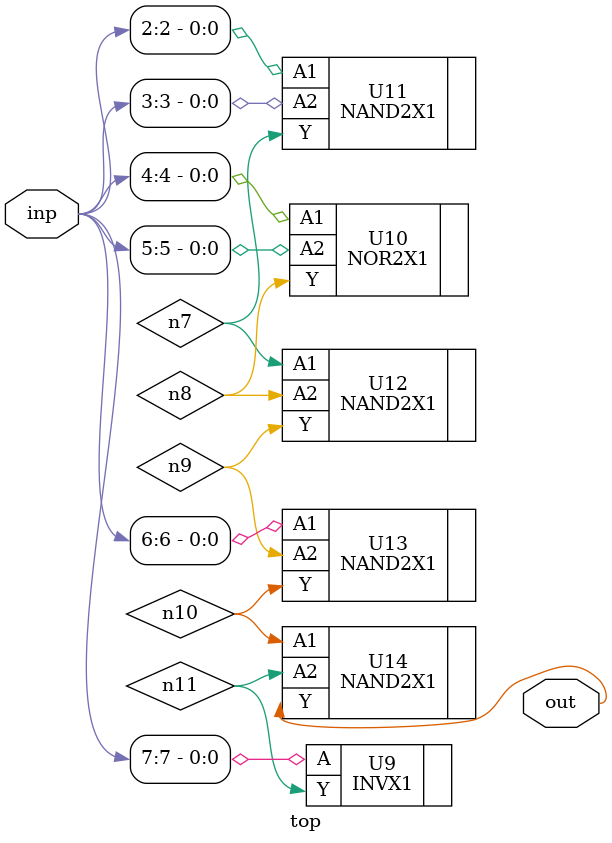
<source format=sv>


module top ( inp, out );
  input [7:0] inp;
  output out;
  wire   n7, n8, n9, n10, n11;

  INVX1 U9 ( .A(inp[7]), .Y(n11) );
  NOR2X1 U10 ( .A1(inp[4]), .A2(inp[5]), .Y(n8) );
  NAND2X1 U11 ( .A1(inp[2]), .A2(inp[3]), .Y(n7) );
  NAND2X1 U12 ( .A1(n7), .A2(n8), .Y(n9) );
  NAND2X1 U13 ( .A1(inp[6]), .A2(n9), .Y(n10) );
  NAND2X1 U14 ( .A1(n10), .A2(n11), .Y(out) );
endmodule


</source>
